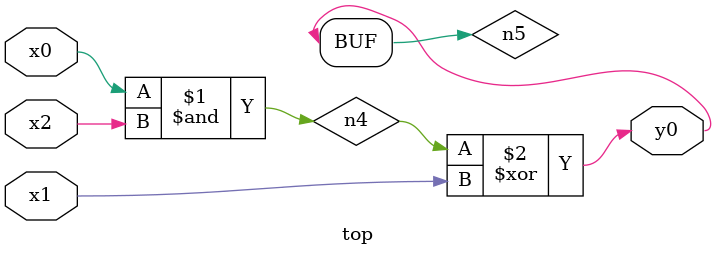
<source format=v>
module top( x0 , x1 , x2 , y0 );
  input x0 , x1 , x2 ;
  output y0 ;
  wire n4 , n5 ;
  assign n4 = x0 & x2 ;
  assign n5 = n4 ^ x1 ;
  assign y0 = n5 ;
endmodule

</source>
